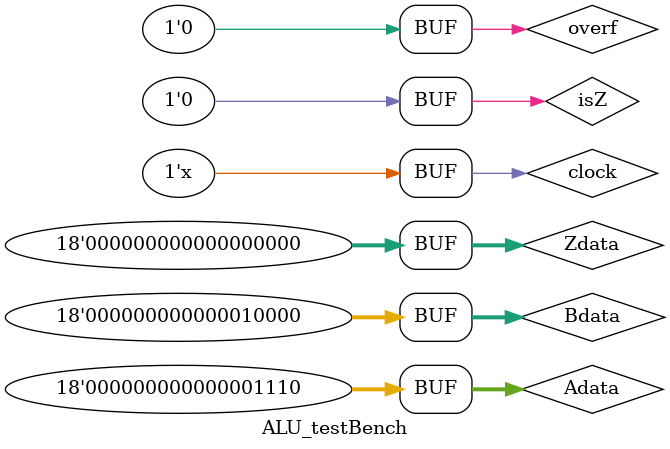
<source format=v>
module ALU_testBench;
  
  reg clock;
  reg[17:0] Adata;
  reg[17:0] Bdata;
  reg[17:0] Zdata;
  reg overf;
  reg isZ;
    
  initial 
  begin
    #5 clock = 0;
    #5 Adata = 14;
    #5 Bdata = 16;
    #5 Zdata = 0;
    #5 overf = 0;
    #5 isZ = 0;
  end
  
  always begin
    #5 clock = !clock;
  end
  
  // bring in the instance of the alu
  ALU U0 (
    .A(Adata),
    .B(Bdata),
    .ALU_out(Zdata), 
    .ovf(overf), 
    .isZero(isZ),
    .clk( clock )
  );
  
endmodule
</source>
